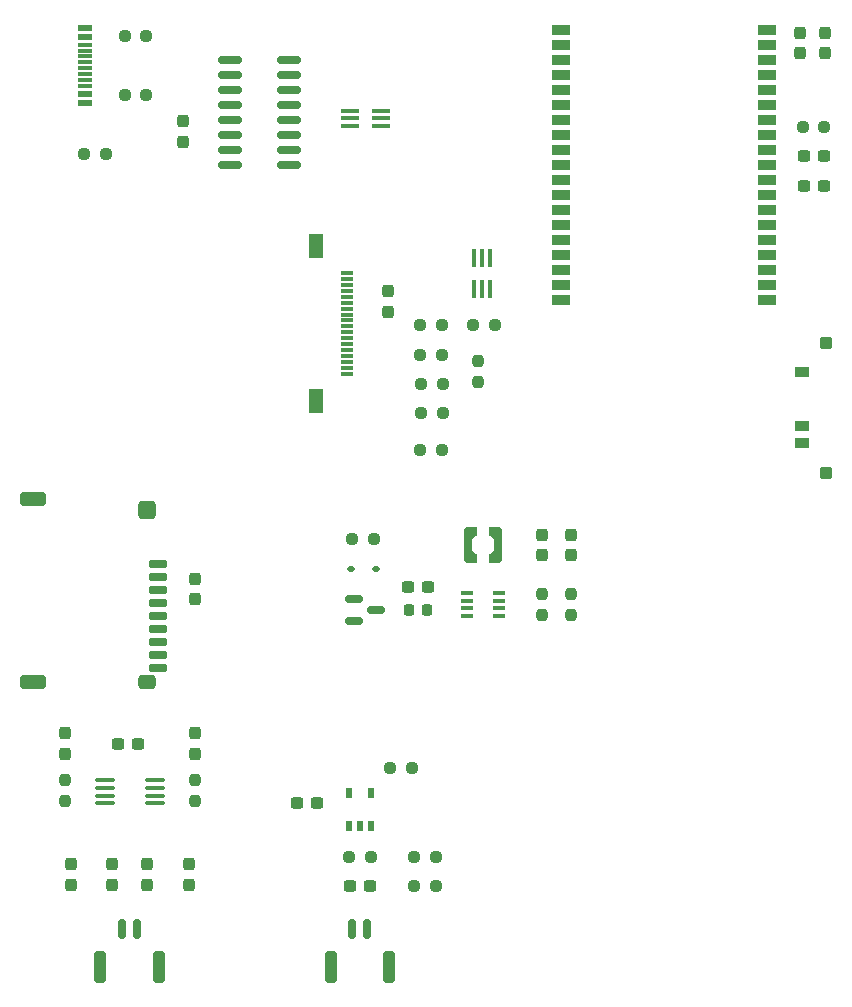
<source format=gbr>
%TF.GenerationSoftware,KiCad,Pcbnew,8.0.7*%
%TF.CreationDate,2025-01-02T12:18:16+01:00*%
%TF.ProjectId,redroid_go,72656472-6f69-4645-9f67-6f2e6b696361,rev?*%
%TF.SameCoordinates,Original*%
%TF.FileFunction,Paste,Bot*%
%TF.FilePolarity,Positive*%
%FSLAX46Y46*%
G04 Gerber Fmt 4.6, Leading zero omitted, Abs format (unit mm)*
G04 Created by KiCad (PCBNEW 8.0.7) date 2025-01-02 12:18:16*
%MOMM*%
%LPD*%
G01*
G04 APERTURE LIST*
G04 Aperture macros list*
%AMRoundRect*
0 Rectangle with rounded corners*
0 $1 Rounding radius*
0 $2 $3 $4 $5 $6 $7 $8 $9 X,Y pos of 4 corners*
0 Add a 4 corners polygon primitive as box body*
4,1,4,$2,$3,$4,$5,$6,$7,$8,$9,$2,$3,0*
0 Add four circle primitives for the rounded corners*
1,1,$1+$1,$2,$3*
1,1,$1+$1,$4,$5*
1,1,$1+$1,$6,$7*
1,1,$1+$1,$8,$9*
0 Add four rect primitives between the rounded corners*
20,1,$1+$1,$2,$3,$4,$5,0*
20,1,$1+$1,$4,$5,$6,$7,0*
20,1,$1+$1,$6,$7,$8,$9,0*
20,1,$1+$1,$8,$9,$2,$3,0*%
%AMFreePoly0*
4,1,11,0.760000,0.825000,0.380000,0.510000,0.380000,-0.510000,0.760000,-0.825000,0.760000,-1.525000,-0.125000,-1.525000,-0.380000,-1.270000,-0.380000,1.270000,-0.125000,1.525000,0.760000,1.525000,0.760000,0.825000,0.760000,0.825000,$1*%
G04 Aperture macros list end*
%ADD10R,1.004699X0.355600*%
%ADD11R,1.498600X0.889000*%
%ADD12R,1.000000X0.300000*%
%ADD13R,1.300000X2.000000*%
%ADD14RoundRect,0.237500X-0.300000X-0.237500X0.300000X-0.237500X0.300000X0.237500X-0.300000X0.237500X0*%
%ADD15RoundRect,0.237500X0.250000X0.237500X-0.250000X0.237500X-0.250000X-0.237500X0.250000X-0.237500X0*%
%ADD16RoundRect,0.237500X0.237500X-0.300000X0.237500X0.300000X-0.237500X0.300000X-0.237500X-0.300000X0*%
%ADD17RoundRect,0.237500X0.237500X-0.287500X0.237500X0.287500X-0.237500X0.287500X-0.237500X-0.287500X0*%
%ADD18RoundRect,0.112500X0.187500X0.112500X-0.187500X0.112500X-0.187500X-0.112500X0.187500X-0.112500X0*%
%ADD19R,0.508000X0.914400*%
%ADD20RoundRect,0.237500X-0.237500X0.300000X-0.237500X-0.300000X0.237500X-0.300000X0.237500X0.300000X0*%
%ADD21RoundRect,0.237500X-0.250000X-0.237500X0.250000X-0.237500X0.250000X0.237500X-0.250000X0.237500X0*%
%ADD22RoundRect,0.150000X0.150000X0.700000X-0.150000X0.700000X-0.150000X-0.700000X0.150000X-0.700000X0*%
%ADD23RoundRect,0.250000X0.250000X1.100000X-0.250000X1.100000X-0.250000X-1.100000X0.250000X-1.100000X0*%
%ADD24R,1.150000X0.600000*%
%ADD25R,1.150000X0.300000*%
%ADD26RoundRect,0.225000X-0.400000X0.225000X-0.400000X-0.225000X0.400000X-0.225000X0.400000X0.225000X0*%
%ADD27RoundRect,0.250000X-0.250000X0.300000X-0.250000X-0.300000X0.250000X-0.300000X0.250000X0.300000X0*%
%ADD28RoundRect,0.100000X0.712500X0.100000X-0.712500X0.100000X-0.712500X-0.100000X0.712500X-0.100000X0*%
%ADD29FreePoly0,0.000000*%
%ADD30FreePoly0,180.000000*%
%ADD31RoundRect,0.150000X-0.825000X-0.150000X0.825000X-0.150000X0.825000X0.150000X-0.825000X0.150000X0*%
%ADD32RoundRect,0.175000X0.625000X-0.175000X0.625000X0.175000X-0.625000X0.175000X-0.625000X-0.175000X0*%
%ADD33RoundRect,0.300000X0.450000X-0.300000X0.450000X0.300000X-0.450000X0.300000X-0.450000X-0.300000X0*%
%ADD34RoundRect,0.375000X0.375000X-0.425000X0.375000X0.425000X-0.375000X0.425000X-0.375000X-0.425000X0*%
%ADD35RoundRect,0.300000X0.800000X-0.300000X0.800000X0.300000X-0.800000X0.300000X-0.800000X-0.300000X0*%
%ADD36RoundRect,0.100000X-0.650000X-0.100000X0.650000X-0.100000X0.650000X0.100000X-0.650000X0.100000X0*%
%ADD37RoundRect,0.237500X0.300000X0.237500X-0.300000X0.237500X-0.300000X-0.237500X0.300000X-0.237500X0*%
%ADD38RoundRect,0.218750X-0.218750X-0.256250X0.218750X-0.256250X0.218750X0.256250X-0.218750X0.256250X0*%
%ADD39RoundRect,0.150000X-0.587500X-0.150000X0.587500X-0.150000X0.587500X0.150000X-0.587500X0.150000X0*%
%ADD40RoundRect,0.237500X-0.237500X0.250000X-0.237500X-0.250000X0.237500X-0.250000X0.237500X0.250000X0*%
%ADD41RoundRect,0.237500X0.237500X-0.250000X0.237500X0.250000X-0.237500X0.250000X-0.237500X-0.250000X0*%
%ADD42RoundRect,0.100000X0.100000X-0.650000X0.100000X0.650000X-0.100000X0.650000X-0.100000X-0.650000X0*%
G04 APERTURE END LIST*
D10*
%TO.C,U3*%
X167057201Y-101615448D03*
X167057201Y-100965450D03*
X167057201Y-100315448D03*
X167057201Y-99665450D03*
X169763697Y-99665450D03*
X169763697Y-100315448D03*
X169763697Y-100965450D03*
X169763697Y-101615448D03*
%TD*%
D11*
%TO.C,U1*%
X192500000Y-52000000D03*
X192500000Y-53270000D03*
X192500000Y-54540000D03*
X192500000Y-55810000D03*
X192500000Y-57080000D03*
X192500000Y-58350000D03*
X192500000Y-59620000D03*
X192500000Y-60890000D03*
X192500000Y-62160000D03*
X192500000Y-63430000D03*
X192500000Y-64700000D03*
X192500000Y-65970000D03*
X192500000Y-67240000D03*
X192500000Y-68510000D03*
X192500000Y-69780000D03*
X192500000Y-71050000D03*
X192500000Y-72320000D03*
X192500000Y-73590000D03*
X192500000Y-74860000D03*
X175000000Y-74860000D03*
X175000000Y-73590000D03*
X175000000Y-72320000D03*
X175000000Y-71050000D03*
X175000000Y-69780000D03*
X175000000Y-68510000D03*
X175000000Y-67240000D03*
X175000000Y-65970000D03*
X175000000Y-64700000D03*
X175000000Y-63430000D03*
X175000000Y-62160000D03*
X175000000Y-60890000D03*
X175000000Y-59620000D03*
X175000000Y-58350000D03*
X175000000Y-57080000D03*
X175000000Y-55810000D03*
X175000000Y-54540000D03*
X175000000Y-53270000D03*
X175000000Y-52000000D03*
%TD*%
D12*
%TO.C,J2*%
X156950000Y-81099999D03*
X156950000Y-80600000D03*
X156950000Y-80099999D03*
X156950000Y-79600000D03*
X156950000Y-79099998D03*
X156950000Y-78599999D03*
X156950000Y-78100000D03*
X156950000Y-77599998D03*
X156950000Y-77100000D03*
X156950000Y-76599998D03*
X156950000Y-76099999D03*
X156950000Y-75600000D03*
X156950000Y-75099998D03*
X156950000Y-74599999D03*
X156950000Y-74099998D03*
X156950000Y-73599999D03*
X156950000Y-73100000D03*
X156950000Y-72599998D03*
D13*
X154250001Y-83399992D03*
X154250001Y-70300008D03*
%TD*%
D14*
%TO.C,C20*%
X195587500Y-65200000D03*
X197312500Y-65200000D03*
%TD*%
D15*
%TO.C,R10*%
X164412500Y-122000000D03*
X162587500Y-122000000D03*
%TD*%
D16*
%TO.C,C3*%
X173410449Y-96502949D03*
X173410449Y-94777949D03*
%TD*%
D17*
%TO.C,FB2*%
X137000000Y-124375000D03*
X137000000Y-122625000D03*
%TD*%
D18*
%TO.C,D1*%
X159322949Y-97640449D03*
X157222949Y-97640449D03*
%TD*%
D19*
%TO.C,U4*%
X158950001Y-119397000D03*
X158000000Y-119397000D03*
X157049999Y-119397000D03*
X157049999Y-116603000D03*
X158950001Y-116603000D03*
%TD*%
D20*
%TO.C,C14*%
X133500000Y-122637500D03*
X133500000Y-124362500D03*
%TD*%
D21*
%TO.C,R2*%
X138087500Y-52500000D03*
X139912500Y-52500000D03*
%TD*%
D22*
%TO.C,BT1*%
X158625000Y-128150000D03*
X157375000Y-128150000D03*
D23*
X160475000Y-131350000D03*
X155525000Y-131350000D03*
%TD*%
D24*
%TO.C,J1*%
X134755000Y-58200000D03*
X134755000Y-57400000D03*
D25*
X134755000Y-56250000D03*
X134755000Y-55250000D03*
X134755000Y-54750000D03*
X134755000Y-53750000D03*
D24*
X134755000Y-51800000D03*
X134755000Y-52600000D03*
D25*
X134755000Y-53250000D03*
X134755000Y-54250000D03*
X134755000Y-55750000D03*
X134755000Y-56750000D03*
%TD*%
D26*
%TO.C,SW11*%
X195425000Y-81000000D03*
X195425000Y-85500000D03*
X195425000Y-87000000D03*
D27*
X197500000Y-78500000D03*
X197500000Y-89500000D03*
%TD*%
D21*
%TO.C,R21*%
X163087500Y-77000000D03*
X164912500Y-77000000D03*
%TD*%
D20*
%TO.C,C1*%
X143050000Y-59737500D03*
X143050000Y-61462500D03*
%TD*%
D16*
%TO.C,C11*%
X144000000Y-113275000D03*
X144000000Y-111550000D03*
%TD*%
D15*
%TO.C,R25*%
X165000000Y-82000000D03*
X163175000Y-82000000D03*
%TD*%
D28*
%TO.C,PAM8403*%
X140612500Y-115525000D03*
X140612500Y-116175000D03*
X140612500Y-116825000D03*
X140612500Y-117475000D03*
X136387500Y-117475000D03*
X136387500Y-116825000D03*
X136387500Y-116175000D03*
X136387500Y-115525000D03*
%TD*%
D29*
%TO.C,L1*%
X167140449Y-95640449D03*
D30*
X169680449Y-95640449D03*
%TD*%
D15*
%TO.C,R17*%
X197312500Y-60200000D03*
X195487500Y-60200000D03*
%TD*%
D31*
%TO.C,U2*%
X147025000Y-63445000D03*
X147025000Y-62175000D03*
X147025000Y-60905000D03*
X147025000Y-59635000D03*
X147025000Y-58365000D03*
X147025000Y-57095000D03*
X147025000Y-55825000D03*
X147025000Y-54555000D03*
X151975000Y-54555000D03*
X151975000Y-55825000D03*
X151975000Y-57095000D03*
X151975000Y-58365000D03*
X151975000Y-59635000D03*
X151975000Y-60905000D03*
X151975000Y-62175000D03*
X151975000Y-63445000D03*
%TD*%
D17*
%TO.C,FB1*%
X140000000Y-124375000D03*
X140000000Y-122625000D03*
%TD*%
D14*
%TO.C,C9*%
X195587500Y-62700000D03*
X197312500Y-62700000D03*
%TD*%
D32*
%TO.C,U6*%
X140950000Y-97250000D03*
X140950000Y-98350000D03*
X140950000Y-99450000D03*
X140950000Y-100550000D03*
X140950000Y-101650000D03*
X140950000Y-102750000D03*
X140950000Y-103850000D03*
X140950000Y-104950000D03*
X140950000Y-106050000D03*
D33*
X139950000Y-107250000D03*
D34*
X139950000Y-92650000D03*
D35*
X130350000Y-107250000D03*
X130350000Y-91750000D03*
%TD*%
D21*
%TO.C,R6*%
X160587500Y-114500000D03*
X162412500Y-114500000D03*
%TD*%
%TO.C,R1*%
X138087500Y-57500000D03*
X139912500Y-57500000D03*
%TD*%
D15*
%TO.C,R8*%
X136500000Y-62500000D03*
X134675000Y-62500000D03*
%TD*%
%TO.C,R20*%
X169412500Y-77000000D03*
X167587500Y-77000000D03*
%TD*%
D16*
%TO.C,C7*%
X195250000Y-53962500D03*
X195250000Y-52237500D03*
%TD*%
D15*
%TO.C,R19*%
X165000000Y-84450000D03*
X163175000Y-84450000D03*
%TD*%
D36*
%TO.C,Q1*%
X157170000Y-60150000D03*
X157170000Y-59500000D03*
X157170000Y-58850000D03*
X159830000Y-58850000D03*
X159830000Y-59500000D03*
X159830000Y-60150000D03*
%TD*%
D15*
%TO.C,R24*%
X164912500Y-79500000D03*
X163087500Y-79500000D03*
%TD*%
D37*
%TO.C,C13*%
X139225000Y-112500000D03*
X137500000Y-112500000D03*
%TD*%
D20*
%TO.C,C15*%
X143500000Y-122637500D03*
X143500000Y-124362500D03*
%TD*%
D16*
%TO.C,C8*%
X197400000Y-53962500D03*
X197400000Y-52237500D03*
%TD*%
D21*
%TO.C,R9*%
X162587500Y-124500000D03*
X164412500Y-124500000D03*
%TD*%
D38*
%TO.C,F1*%
X162122949Y-101140449D03*
X163697949Y-101140449D03*
%TD*%
D39*
%TO.C,Q2*%
X157472949Y-102090449D03*
X157472949Y-100190449D03*
X159347949Y-101140449D03*
%TD*%
D15*
%TO.C,R26*%
X164950000Y-87600000D03*
X163125000Y-87600000D03*
%TD*%
D16*
%TO.C,C10*%
X160362500Y-75862500D03*
X160362500Y-74137500D03*
%TD*%
D20*
%TO.C,C16*%
X144000000Y-98500000D03*
X144000000Y-100225000D03*
%TD*%
D40*
%TO.C,R19*%
X168000000Y-80000000D03*
X168000000Y-81825000D03*
%TD*%
D37*
%TO.C,C6*%
X158862500Y-124500000D03*
X157137500Y-124500000D03*
%TD*%
D40*
%TO.C,R4*%
X173410449Y-99727949D03*
X173410449Y-101552949D03*
%TD*%
D20*
%TO.C,C12*%
X133000000Y-111550000D03*
X133000000Y-113275000D03*
%TD*%
D40*
%TO.C,R23*%
X133000000Y-115500000D03*
X133000000Y-117325000D03*
%TD*%
D21*
%TO.C,R3*%
X157360449Y-95140449D03*
X159185449Y-95140449D03*
%TD*%
D41*
%TO.C,R5*%
X175910449Y-101552949D03*
X175910449Y-99727949D03*
%TD*%
D16*
%TO.C,C4*%
X175910449Y-96502949D03*
X175910449Y-94777949D03*
%TD*%
D41*
%TO.C,R22*%
X144000000Y-117325000D03*
X144000000Y-115500000D03*
%TD*%
D21*
%TO.C,R7*%
X157087500Y-122000000D03*
X158912500Y-122000000D03*
%TD*%
D37*
%TO.C,C5*%
X154362500Y-117500000D03*
X152637500Y-117500000D03*
%TD*%
%TO.C,C2*%
X163772949Y-99140449D03*
X162047949Y-99140449D03*
%TD*%
D22*
%TO.C,J3*%
X139125000Y-128150000D03*
X137875000Y-128150000D03*
D23*
X140975000Y-131350000D03*
X136025000Y-131350000D03*
%TD*%
D42*
%TO.C,Q3*%
X168987500Y-73980000D03*
X168337500Y-73980000D03*
X167687500Y-73980000D03*
X167687500Y-71320000D03*
X168337500Y-71320000D03*
X168987500Y-71320000D03*
%TD*%
M02*

</source>
